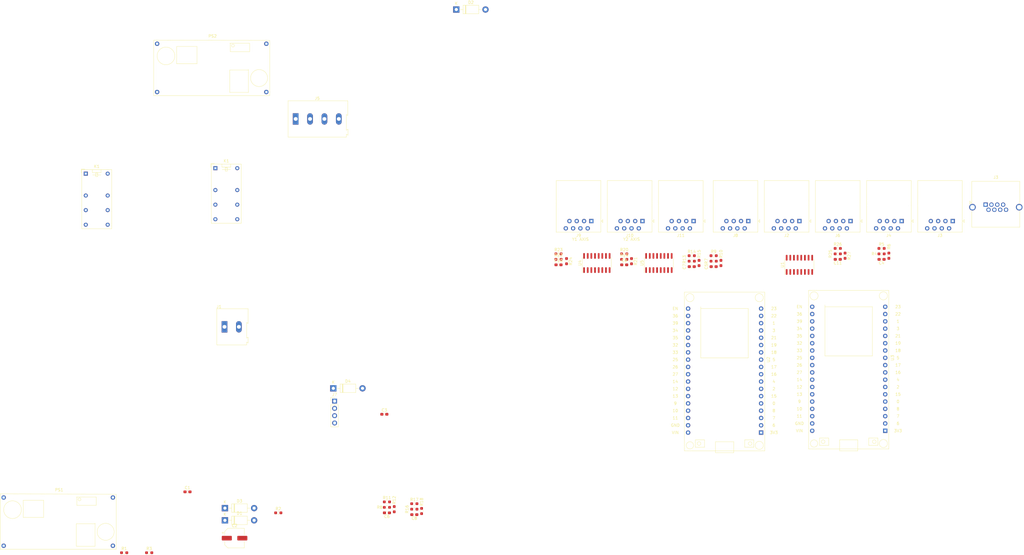
<source format=kicad_pcb>
(kicad_pcb (version 20171130) (host pcbnew "(5.1.8)-1")
  (layers (0 F.Cu signal) (1 In1.Cu signal) (2 In2.Cu signal) (31 B.Cu signal) (35 F.Paste user hide) (37 F.SilkS user) (39 F.Mask user hide) (44 Edge.Cuts user))
  (net 0 "")
  (net 1 "Net-(J2-Pad8)")
  (net 2 "Net-(J2-Pad6)")
  (net 3 "Net-(J2-Pad4)")
  (net 4 "Net-(J2-Pad2)")
  (net 5 "Net-(J3-Pad6)")
  (net 6 "Net-(J3-Pad5)")
  (net 7 "Net-(J4-Pad8)")
  (net 8 "Net-(J4-Pad7)")
  (net 9 "Net-(J4-Pad6)")
  (net 10 "Net-(J4-Pad5)")
  (net 11 "Net-(J4-Pad4)")
  (net 12 "Net-(J4-Pad2)")
  (net 13 "Net-(J5-Pad1)")
  (net 14 "Net-(J6-Pad6)")
  (net 15 "Net-(J6-Pad5)")
  (net 16 "Net-(J6-Pad3)")
  (net 17 "Net-(J6-Pad1)")
  (net 18 GND)
  (net 19 "Net-(C1-Pad1)")
  (net 20 INRTQ)
  (net 21 INTHD)
  (net 22 INZTQ)
  (net 23 INTD)
  (net 24 INXTQ)
  (net 25 SPAREIN)
  (net 26 INY2TQ)
  (net 27 INY1TQ)
  (net 28 INTM)
  (net 29 "Net-(D1-Pad2)")
  (net 30 "Net-(D2-Pad2)")
  (net 31 +15V)
  (net 32 SLCK)
  (net 33 MISO)
  (net 34 MOSI)
  (net 35 DISPCS)
  (net 36 +3V3)
  (net 37 INTH)
  (net 38 "Net-(J7-Pad2)")
  (net 39 "Net-(J7-Pad4)")
  (net 40 /ZTQ)
  (net 41 /Y1EN)
  (net 42 /ZSP)
  (net 43 /ZEN)
  (net 44 /Y1TQ)
  (net 45 /Y1SP)
  (net 46 /Y1DIR)
  (net 47 /Y2TQ)
  (net 48 /Y2DIR)
  (net 49 /Y2SP)
  (net 50 /Y2EN)
  (net 51 /XEN)
  (net 52 /XSP)
  (net 53 /XDIR)
  (net 54 /XTQ)
  (net 55 +5V)
  (net 56 "Net-(R1-Pad1)")
  (net 57 "Net-(R4-Pad1)")
  (net 58 "Net-(R10-Pad1)")
  (net 59 "Net-(R11-Pad2)")
  (net 60 "Net-(R13-Pad1)")
  (net 61 "Net-(R16-Pad1)")
  (net 62 "Net-(R19-Pad1)")
  (net 63 "Net-(R22-Pad1)")
  (net 64 "Net-(R25-Pad1)")
  (net 65 INREN)
  (net 66 INRSP)
  (net 67 INRDIR)
  (net 68 "Net-(U1-Pad4)")
  (net 69 "Net-(U1-Pad5)")
  (net 70 "Net-(U1-Pad6)")
  (net 71 "Net-(U1-Pad7)")
  (net 72 "Net-(U1-Pad10)")
  (net 73 "Net-(U1-Pad11)")
  (net 74 "Net-(U1-Pad12)")
  (net 75 "Net-(U1-Pad13)")
  (net 76 "Net-(U2-Pad19)")
  (net 77 "Net-(U2-Pad34)")
  (net 78 "Net-(U2-Pad33)")
  (net 79 "Net-(U2-Pad32)")
  (net 80 OTXDIR)
  (net 81 OTXSP)
  (net 82 OTXEN)
  (net 83 OTY2DIR)
  (net 84 OTY2SP)
  (net 85 OTY2EN)
  (net 86 "Net-(U2-Pad16)")
  (net 87 "Net-(U2-Pad15)")
  (net 88 SPAREOUT)
  (net 89 "Net-(U2-Pad13)")
  (net 90 OTY1DIR)
  (net 91 "Net-(U2-Pad11)")
  (net 92 OTY1SP)
  (net 93 OTY1EN)
  (net 94 CS)
  (net 95 "Net-(U2-Pad5)")
  (net 96 "Net-(U2-Pad4)")
  (net 97 "Net-(U2-Pad3)")
  (net 98 "Net-(U2-Pad2)")
  (net 99 "Net-(U3-Pad1)")
  (net 100 "Net-(U3-Pad2)")
  (net 101 "Net-(U3-Pad3)")
  (net 102 "Net-(U3-Pad4)")
  (net 103 "Net-(U3-Pad5)")
  (net 104 "Net-(U3-Pad7)")
  (net 105 "Net-(U3-Pad8)")
  (net 106 OTTS)
  (net 107 OTZEN)
  (net 108 "Net-(U3-Pad11)")
  (net 109 OTZSP)
  (net 110 OTZDIR)
  (net 111 "Net-(U3-Pad14)")
  (net 112 "Net-(U3-Pad15)")
  (net 113 "Net-(U3-Pad16)")
  (net 114 "Net-(U3-Pad17)")
  (net 115 "Net-(U3-Pad18)")
  (net 116 "Net-(U3-Pad32)")
  (net 117 "Net-(U3-Pad33)")
  (net 118 "Net-(U3-Pad34)")
  (net 119 "Net-(U3-Pad19)")
  (net 120 /ZDIR)
  (net 121 "Net-(K1-Pad11)")
  (net 122 "Net-(K1-Pad6)")
  (net 123 "Net-(K1-Pad1)")
  (module Connector_RJ:RJ45_Amphenol_RJHSE5380 (layer F.Cu) (at 222.25 31.115)
    (fp_text reference J3 (at 3.56 -9.5) (layer F.SilkS))
    (fp_text value 8P8C_Shielded)
    (pad SH thru_hole circle (at -4.57 0.89) (size 2.3 2.3) (drill 1.57) (layers *.Cu *.Mask) (net 18 GND))
    (pad SH thru_hole circle (at 11.69 0.89) (size 2.3 2.3) (drill 1.57) (layers *.Cu *.Mask) (net 18 GND))
    (pad "" np_thru_hole circle (at 9.91 -2.54) (size 3.25 3.25) (drill 3.25) (layers *.Cu *.Mask))
    (pad "" np_thru_hole circle (at -2.79 -2.54) (size 3.25 3.25) (drill 3.25) (layers *.Cu *.Mask))
    (pad 8 thru_hole circle (at 7.112 1.78) (size 1.5 1.5) (drill 0.89) (layers *.Cu *.Mask) (net 18 GND))
    (pad 6 thru_hole circle (at 5.08 1.78) (size 1.5 1.5) (drill 0.89) (layers *.Cu *.Mask) (net 5 "Net-(J3-Pad6)"))
    (pad 4 thru_hole circle (at 3.048 1.78) (size 1.5 1.5) (drill 0.89) (layers *.Cu *.Mask) (net 35 DISPCS))
    (pad 2 thru_hole circle (at 1.016 1.78) (size 1.5 1.5) (drill 0.89) (layers *.Cu *.Mask) (net 33 MISO))
    (pad 7 thru_hole circle (at 6.096 0) (size 1.5 1.5) (drill 0.89) (layers *.Cu *.Mask) (net 36 +3V3))
    (pad 5 thru_hole circle (at 4.064 0) (size 1.5 1.5) (drill 0.89) (layers *.Cu *.Mask) (net 6 "Net-(J3-Pad5)"))
    (pad 3 thru_hole circle (at 2.032 0) (size 1.5 1.5) (drill 0.89) (layers *.Cu *.Mask) (net 34 MOSI))
    (pad 1 thru_hole rect (at 0 0) (size 1.5 1.5) (drill 0.89) (layers *.Cu *.Mask) (net 32 SLCK))
  )
  (module Relay_THT:Relay_DPDT_Omron_G5V-2 (layer F.Cu) (at -45.72 18.415)
    (fp_text reference K1 (at 3.81 -2.5) (layer F.SilkS))
    (fp_text value "TOARCH FIRE")
    (pad 13 thru_hole circle (at 7.62 7.62) (size 1.4 1.4) (drill 0.7) (layers *.Cu *.Mask) (net 31 +15V))
    (pad 9 thru_hole circle (at 7.62 17.78) (size 1.4 1.4) (drill 0.7) (layers *.Cu *.Mask) (net 17 "Net-(J6-Pad1)"))
    (pad 11 thru_hole circle (at 7.62 12.7) (size 1.4 1.4) (drill 0.7) (layers *.Cu *.Mask) (net 121 "Net-(K1-Pad11)"))
    (pad 4 thru_hole circle (at 0 7.62) (size 1.4 1.4) (drill 0.7) (layers *.Cu *.Mask) (net 31 +15V))
    (pad 8 thru_hole circle (at 0 17.78) (size 1.4 1.4) (drill 0.7) (layers *.Cu *.Mask) (net 17 "Net-(J6-Pad1)"))
    (pad 6 thru_hole circle (at 0 12.7) (size 1.4 1.4) (drill 0.7) (layers *.Cu *.Mask) (net 122 "Net-(K1-Pad6)"))
    (pad 16 thru_hole circle (at 7.62 0) (size 1.4 1.4) (drill 0.7) (layers *.Cu *.Mask) (net 31 +15V))
    (pad 1 thru_hole rect (at 0 0) (size 1.4 1.4) (drill 0.7) (layers *.Cu *.Mask) (net 123 "Net-(K1-Pad1)"))
  )
  (module Capacitor_SMD:C_0603_1608Metric_Pad1.08x0.95mm_HandSolder (layer F.Cu) (at -55.424999 131.125001)
    (fp_text reference C1 (at 0 -1.43) (layer F.SilkS))
    (fp_text value .1uf)
    (pad 2 smd roundrect (at 0.8625 0) (size 1.075 0.95) (layers F.Cu F.Paste F.Mask) (net 18 GND))
    (pad 1 smd roundrect (at -0.8625 0) (size 1.075 0.95) (layers F.Cu F.Paste F.Mask) (net 19 "Net-(C1-Pad1)"))
  )
  (module Capacitor_SMD:CP_Elec_6.3x5.8 (layer F.Cu) (at -39.044999 147.245001)
    (fp_text reference C2 (at 0 -4.35) (layer F.SilkS))
    (fp_text value 470uf)
    (pad 1 smd roundrect (at -2.7 0) (size 3.5 1.6) (layers F.Cu F.Paste F.Mask) (roundrect_rratio 0.15625) (net 19 "Net-(C1-Pad1)"))
    (pad 2 smd roundrect (at 2.7 0) (size 3.5 1.6) (layers F.Cu F.Paste F.Mask) (roundrect_rratio 0.15625) (net 18 GND))
  )
  (module Capacitor_SMD:C_0603_1608Metric_Pad1.08x0.95mm_HandSolder (layer F.Cu) (at 13.065001 104.105001)
    (fp_text reference C3 (at 0 -1.43) (layer F.SilkS))
    (fp_text value .1uf)
    (pad 2 smd roundrect (at 0.8625 0) (size 1.075 0.95) (layers F.Cu F.Paste F.Mask) (net 18 GND))
    (pad 1 smd roundrect (at -0.8625 0) (size 1.075 0.95) (layers F.Cu F.Paste F.Mask) (net 20 INRTQ))
  )
  (module Capacitor_SMD:C_0603_1608Metric_Pad1.08x0.95mm_HandSolder (layer F.Cu) (at 186.055 50.165)
    (fp_text reference C4 (at 0 1.27) (layer F.SilkS))
    (fp_text value .1uf)
    (pad 1 smd roundrect (at -0.8625 0) (size 1.075 0.95) (layers F.Cu F.Paste F.Mask) (net 21 INTHD))
    (pad 2 smd roundrect (at 0.8625 0) (size 1.075 0.95) (layers F.Cu F.Paste F.Mask) (net 18 GND))
  )
  (module Capacitor_SMD:C_0603_1608Metric_Pad1.08x0.95mm_HandSolder (layer F.Cu) (at 127.635 52.705)
    (fp_text reference C5 (at -2.54 0 90) (layer F.SilkS))
    (fp_text value .1uf)
    (pad 1 smd roundrect (at -0.8625 0) (size 1.075 0.95) (layers F.Cu F.Paste F.Mask) (net 22 INZTQ))
    (pad 2 smd roundrect (at 0.8625 0) (size 1.075 0.95) (layers F.Cu F.Paste F.Mask) (net 18 GND))
  )
  (module Capacitor_SMD:C_0603_1608Metric_Pad1.08x0.95mm_HandSolder (layer F.Cu) (at 13.97 138.43)
    (fp_text reference C6 (at 0 1.27) (layer F.SilkS))
    (fp_text value .1uf)
    (pad 2 smd roundrect (at 0.8625 0) (size 1.075 0.95) (layers F.Cu F.Paste F.Mask) (net 18 GND))
    (pad 1 smd roundrect (at -0.8625 0) (size 1.075 0.95) (layers F.Cu F.Paste F.Mask) (net 23 INTD))
  )
  (module Capacitor_SMD:C_0603_1608Metric_Pad1.08x0.95mm_HandSolder (layer F.Cu) (at 120.015 52.705)
    (fp_text reference C7 (at -2.54 0 90) (layer F.SilkS))
    (fp_text value .1uf)
    (pad 2 smd roundrect (at 0.8625 0) (size 1.075 0.95) (layers F.Cu F.Paste F.Mask) (net 18 GND))
    (pad 1 smd roundrect (at -0.8625 0) (size 1.075 0.95) (layers F.Cu F.Paste F.Mask) (net 24 INXTQ))
  )
  (module Capacitor_SMD:C_0603_1608Metric_Pad1.08x0.95mm_HandSolder (layer F.Cu) (at 23.495 139.065)
    (fp_text reference C8 (at 0 1.27) (layer F.SilkS))
    (fp_text value .1uf)
    (pad 1 smd roundrect (at -0.8625 0) (size 1.075 0.95) (layers F.Cu F.Paste F.Mask) (net 25 SPAREIN))
    (pad 2 smd roundrect (at 0.8625 0) (size 1.075 0.95) (layers F.Cu F.Paste F.Mask) (net 18 GND))
  )
  (module Capacitor_SMD:C_0603_1608Metric_Pad1.08x0.95mm_HandSolder (layer F.Cu) (at 96.52 52.07)
    (fp_text reference C9 (at 0 -1.43) (layer F.SilkS))
    (fp_text value .1uf)
    (pad 1 smd roundrect (at -0.8625 0) (size 1.075 0.95) (layers F.Cu F.Paste F.Mask) (net 26 INY2TQ))
    (pad 2 smd roundrect (at 0.8625 0) (size 1.075 0.95) (layers F.Cu F.Paste F.Mask) (net 18 GND))
  )
  (module Capacitor_SMD:C_0603_1608Metric_Pad1.08x0.95mm_HandSolder (layer F.Cu) (at 73.66 52.07)
    (fp_text reference C10 (at 0 -1.43) (layer F.SilkS))
    (fp_text value .1uf)
    (pad 2 smd roundrect (at 0.8625 0) (size 1.075 0.95) (layers F.Cu F.Paste F.Mask) (net 18 GND))
    (pad 1 smd roundrect (at -0.8625 0) (size 1.075 0.95) (layers F.Cu F.Paste F.Mask) (net 27 INY1TQ))
  )
  (module Capacitor_SMD:C_0603_1608Metric_Pad1.08x0.95mm_HandSolder (layer F.Cu) (at 170.815 50.165)
    (fp_text reference C11 (at 0 1.27) (layer F.SilkS))
    (fp_text value .1uf)
    (pad 1 smd roundrect (at -0.8625 0) (size 1.075 0.95) (layers F.Cu F.Paste F.Mask) (net 28 INTM))
    (pad 2 smd roundrect (at 0.8625 0) (size 1.075 0.95) (layers F.Cu F.Paste F.Mask) (net 18 GND))
  )
  (module Diode_THT:D_DO-41_SOD81_P10.16mm_Horizontal (layer F.Cu) (at -42.394999 141.045001)
    (fp_text reference D1 (at 5.08 -2.47) (layer F.SilkS))
    (fp_text value 1N4001)
    (fp_text user K (at 0 -2.1) (layer F.SilkS))
    (pad 1 thru_hole rect (at 0 0) (size 2.2 2.2) (drill 1.1) (layers *.Cu *.Mask) (net 19 "Net-(C1-Pad1)"))
    (pad 2 thru_hole oval (at 10.16 0) (size 2.2 2.2) (drill 1.1) (layers *.Cu *.Mask) (net 29 "Net-(D1-Pad2)"))
  )
  (module Diode_THT:D_DO-41_SOD81_P10.16mm_Horizontal (layer F.Cu) (at 38.1 -36.83)
    (fp_text reference D2 (at 5.08 -2.47) (layer F.SilkS))
    (fp_text value 1N4001)
    (fp_text user K (at 0 -2.1) (layer F.SilkS))
    (pad 2 thru_hole oval (at 10.16 0) (size 2.2 2.2) (drill 1.1) (layers *.Cu *.Mask) (net 30 "Net-(D2-Pad2)"))
    (pad 1 thru_hole rect (at 0 0) (size 2.2 2.2) (drill 1.1) (layers *.Cu *.Mask) (net 19 "Net-(C1-Pad1)"))
  )
  (module Diode_THT:D_DO-41_SOD81_P10.16mm_Horizontal (layer F.Cu) (at -42.394999 136.795001)
    (fp_text reference D3 (at 5.08 -2.47) (layer F.SilkS))
    (fp_text value 1N4001)
    (fp_text user K (at 0 -2.1) (layer F.SilkS))
    (pad 1 thru_hole rect (at 0 0) (size 2.2 2.2) (drill 1.1) (layers *.Cu *.Mask) (net 30 "Net-(D2-Pad2)"))
    (pad 2 thru_hole oval (at 10.16 0) (size 2.2 2.2) (drill 1.1) (layers *.Cu *.Mask) (net 18 GND))
  )
  (module Diode_THT:D_DO-41_SOD81_P10.16mm_Horizontal (layer F.Cu) (at -4.684999 95.075001)
    (fp_text reference D4 (at 5.08 -2.47) (layer F.SilkS))
    (fp_text value 1N4001)
    (fp_text user K (at 0 -2.1) (layer F.SilkS))
    (pad 2 thru_hole oval (at 10.16 0) (size 2.2 2.2) (drill 1.1) (layers *.Cu *.Mask) (net 18 GND))
    (pad 1 thru_hole rect (at 0 0) (size 2.2 2.2) (drill 1.1) (layers *.Cu *.Mask) (net 29 "Net-(D1-Pad2)"))
  )
  (module TerminalBlock:TerminalBlock_Altech_AK300-2_P5.00mm (layer F.Cu) (at -42.545 73.66)
    (fp_text reference J1 (at -1.92 -6.99) (layer F.SilkS))
    (fp_text value "18V AC IN")
    (pad 1 thru_hole rect (at 0 0) (size 1.98 3.96) (drill 1.32) (layers *.Cu *.Mask) (net 30 "Net-(D2-Pad2)"))
    (pad 2 thru_hole oval (at 5 0) (size 1.98 3.96) (drill 1.32) (layers *.Cu *.Mask) (net 29 "Net-(D1-Pad2)"))
  )
  (module Connector_RJ:RJ45_Amphenol_54602-x08_Horizontal (layer F.Cu) (at 157.48 36.83 180)
    (fp_text reference J2 (at 4.445 -5) (layer F.SilkS))
    (fp_text value "R Axis")
    (pad "" np_thru_hole circle (at 10.16 6.35 180) (size 3.2 3.2) (drill 3.2) (layers *.Cu *.Mask))
    (pad "" np_thru_hole circle (at -1.27 6.35 180) (size 3.2 3.2) (drill 3.2) (layers *.Cu *.Mask))
    (pad 1 thru_hole rect (at 0 0 180) (size 1.5 1.5) (drill 0.76) (layers *.Cu *.Mask) (net 31 +15V))
    (pad 2 thru_hole circle (at 1.27 -2.54 180) (size 1.5 1.5) (drill 0.76) (layers *.Cu *.Mask) (net 4 "Net-(J2-Pad2)"))
    (pad 3 thru_hole circle (at 2.54 0 180) (size 1.5 1.5) (drill 0.76) (layers *.Cu *.Mask) (net 31 +15V))
    (pad 4 thru_hole circle (at 3.81 -2.54 180) (size 1.5 1.5) (drill 0.76) (layers *.Cu *.Mask) (net 3 "Net-(J2-Pad4)"))
    (pad 5 thru_hole circle (at 5.08 0 180) (size 1.5 1.5) (drill 0.76) (layers *.Cu *.Mask) (net 31 +15V))
    (pad 6 thru_hole circle (at 6.35 -2.54 180) (size 1.5 1.5) (drill 0.76) (layers *.Cu *.Mask) (net 2 "Net-(J2-Pad6)"))
    (pad 7 thru_hole circle (at 7.62 0 180) (size 1.5 1.5) (drill 0.76) (layers *.Cu *.Mask) (net 31 +15V))
    (pad 8 thru_hole circle (at 8.89 -2.54 180) (size 1.5 1.5) (drill 0.76) (layers *.Cu *.Mask) (net 1 "Net-(J2-Pad8)"))
  )
  (module Connector_RJ:RJ45_Amphenol_54602-x08_Horizontal (layer F.Cu) (at 210.82 36.83 180)
    (fp_text reference J3 (at 4.445 -5) (layer F.SilkS))
    (fp_text value DISPLAY)
    (pad "" np_thru_hole circle (at 10.16 6.35 180) (size 3.2 3.2) (drill 3.2) (layers *.Cu *.Mask))
    (pad "" np_thru_hole circle (at -1.27 6.35 180) (size 3.2 3.2) (drill 3.2) (layers *.Cu *.Mask))
    (pad 1 thru_hole rect (at 0 0 180) (size 1.5 1.5) (drill 0.76) (layers *.Cu *.Mask) (net 32 SLCK))
    (pad 2 thru_hole circle (at 1.27 -2.54 180) (size 1.5 1.5) (drill 0.76) (layers *.Cu *.Mask) (net 33 MISO))
    (pad 3 thru_hole circle (at 2.54 0 180) (size 1.5 1.5) (drill 0.76) (layers *.Cu *.Mask) (net 34 MOSI))
    (pad 4 thru_hole circle (at 3.81 -2.54 180) (size 1.5 1.5) (drill 0.76) (layers *.Cu *.Mask) (net 35 DISPCS))
    (pad 5 thru_hole circle (at 5.08 0 180) (size 1.5 1.5) (drill 0.76) (layers *.Cu *.Mask) (net 6 "Net-(J3-Pad5)"))
    (pad 6 thru_hole circle (at 6.35 -2.54 180) (size 1.5 1.5) (drill 0.76) (layers *.Cu *.Mask) (net 5 "Net-(J3-Pad6)"))
    (pad 7 thru_hole circle (at 7.62 0 180) (size 1.5 1.5) (drill 0.76) (layers *.Cu *.Mask) (net 36 +3V3))
    (pad 8 thru_hole circle (at 8.89 -2.54 180) (size 1.5 1.5) (drill 0.76) (layers *.Cu *.Mask) (net 18 GND))
  )
  (module Connector_RJ:RJ45_Amphenol_54602-x08_Horizontal (layer F.Cu) (at 193.04 36.83 180)
    (fp_text reference J4 (at 4.445 -5) (layer F.SilkS))
    (fp_text value STOPS)
    (pad "" np_thru_hole circle (at 10.16 6.35 180) (size 3.2 3.2) (drill 3.2) (layers *.Cu *.Mask))
    (pad "" np_thru_hole circle (at -1.27 6.35 180) (size 3.2 3.2) (drill 3.2) (layers *.Cu *.Mask))
    (pad 1 thru_hole rect (at 0 0 180) (size 1.5 1.5) (drill 0.76) (layers *.Cu *.Mask) (net 31 +15V))
    (pad 2 thru_hole circle (at 1.27 -2.54 180) (size 1.5 1.5) (drill 0.76) (layers *.Cu *.Mask) (net 12 "Net-(J4-Pad2)"))
    (pad 3 thru_hole circle (at 2.54 0 180) (size 1.5 1.5) (drill 0.76) (layers *.Cu *.Mask) (net 31 +15V))
    (pad 4 thru_hole circle (at 3.81 -2.54 180) (size 1.5 1.5) (drill 0.76) (layers *.Cu *.Mask) (net 11 "Net-(J4-Pad4)"))
    (pad 5 thru_hole circle (at 5.08 0 180) (size 1.5 1.5) (drill 0.76) (layers *.Cu *.Mask) (net 10 "Net-(J4-Pad5)"))
    (pad 6 thru_hole circle (at 6.35 -2.54 180) (size 1.5 1.5) (drill 0.76) (layers *.Cu *.Mask) (net 9 "Net-(J4-Pad6)"))
    (pad 7 thru_hole circle (at 7.62 0 180) (size 1.5 1.5) (drill 0.76) (layers *.Cu *.Mask) (net 8 "Net-(J4-Pad7)"))
    (pad 8 thru_hole circle (at 8.89 -2.54 180) (size 1.5 1.5) (drill 0.76) (layers *.Cu *.Mask) (net 7 "Net-(J4-Pad8)"))
  )
  (module TerminalBlock:TerminalBlock_Altech_AK300-4_P5.00mm (layer F.Cu) (at -17.78 1.27)
    (fp_text reference J5 (at 7.5 -7.15) (layer F.SilkS))
    (fp_text value "V to FREQ")
    (pad 1 thru_hole rect (at 0 0) (size 1.98 3.96) (drill 1.32) (layers *.Cu *.Mask) (net 13 "Net-(J5-Pad1)"))
    (pad 2 thru_hole oval (at 5 0) (size 1.98 3.96) (drill 1.32) (layers *.Cu *.Mask) (net 18 GND))
    (pad 4 thru_hole oval (at 15 0) (size 1.98 3.96) (drill 1.32) (layers *.Cu *.Mask) (net 18 GND))
    (pad 3 thru_hole oval (at 10 0) (size 1.98 3.96) (drill 1.32) (layers *.Cu *.Mask) (net 37 INTH))
  )
  (module Connector_RJ:RJ45_Amphenol_54602-x08_Horizontal (layer F.Cu) (at 175.26 36.83 180)
    (fp_text reference J6 (at 4.445 -5) (layer F.SilkS))
    (fp_text value TORCH)
    (pad 8 thru_hole circle (at 8.89 -2.54 180) (size 1.5 1.5) (drill 0.76) (layers *.Cu *.Mask) (net 18 GND))
    (pad 7 thru_hole circle (at 7.62 0 180) (size 1.5 1.5) (drill 0.76) (layers *.Cu *.Mask) (net 13 "Net-(J5-Pad1)"))
    (pad 6 thru_hole circle (at 6.35 -2.54 180) (size 1.5 1.5) (drill 0.76) (layers *.Cu *.Mask) (net 14 "Net-(J6-Pad6)"))
    (pad 5 thru_hole circle (at 5.08 0 180) (size 1.5 1.5) (drill 0.76) (layers *.Cu *.Mask) (net 15 "Net-(J6-Pad5)"))
    (pad 4 thru_hole circle (at 3.81 -2.54 180) (size 1.5 1.5) (drill 0.76) (layers *.Cu *.Mask) (net 18 GND))
    (pad 3 thru_hole circle (at 2.54 0 180) (size 1.5 1.5) (drill 0.76) (layers *.Cu *.Mask) (net 16 "Net-(J6-Pad3)"))
    (pad 2 thru_hole circle (at 1.27 -2.54 180) (size 1.5 1.5) (drill 0.76) (layers *.Cu *.Mask) (net 18 GND))
    (pad 1 thru_hole rect (at 0 0 180) (size 1.5 1.5) (drill 0.76) (layers *.Cu *.Mask) (net 17 "Net-(J6-Pad1)"))
    (pad "" np_thru_hole circle (at -1.27 6.35 180) (size 3.2 3.2) (drill 3.2) (layers *.Cu *.Mask))
    (pad "" np_thru_hole circle (at 10.16 6.35 180) (size 3.2 3.2) (drill 3.2) (layers *.Cu *.Mask))
  )
  (module Connector_PinHeader_2.54mm:PinHeader_1x04_P2.54mm_Vertical (layer F.Cu) (at -4.234999 99.525001)
    (fp_text reference J7 (at 0 -2.33) (layer F.SilkS))
    (fp_text value SPARE)
    (pad 1 thru_hole rect (at 0 0) (size 1.7 1.7) (drill 1) (layers *.Cu *.Mask) (net 31 +15V))
    (pad 2 thru_hole oval (at 0 2.54) (size 1.7 1.7) (drill 1) (layers *.Cu *.Mask) (net 38 "Net-(J7-Pad2)"))
    (pad 3 thru_hole oval (at 0 5.08) (size 1.7 1.7) (drill 1) (layers *.Cu *.Mask) (net 31 +15V))
    (pad 4 thru_hole oval (at 0 7.62) (size 1.7 1.7) (drill 1) (layers *.Cu *.Mask) (net 39 "Net-(J7-Pad4)"))
  )
  (module Connector_RJ:RJ45_Amphenol_54602-x08_Horizontal (layer F.Cu) (at 139.7 36.83 180)
    (fp_text reference J8 (at 4.445 -5) (layer F.SilkS))
    (fp_text value "Z Axis")
    (pad 8 thru_hole circle (at 8.89 -2.54 180) (size 1.5 1.5) (drill 0.76) (layers *.Cu *.Mask) (net 40 /ZTQ))
    (pad 7 thru_hole circle (at 7.62 0 180) (size 1.5 1.5) (drill 0.76) (layers *.Cu *.Mask) (net 31 +15V))
    (pad 6 thru_hole circle (at 6.35 -2.54 180) (size 1.5 1.5) (drill 0.76) (layers *.Cu *.Mask) (net 120 /ZDIR))
    (pad 5 thru_hole circle (at 5.08 0 180) (size 1.5 1.5) (drill 0.76) (layers *.Cu *.Mask) (net 31 +15V))
    (pad 4 thru_hole circle (at 3.81 -2.54 180) (size 1.5 1.5) (drill 0.76) (layers *.Cu *.Mask) (net 42 /ZSP))
    (pad 3 thru_hole circle (at 2.54 0 180) (size 1.5 1.5) (drill 0.76) (layers *.Cu *.Mask) (net 31 +15V))
    (pad 2 thru_hole circle (at 1.27 -2.54 180) (size 1.5 1.5) (drill 0.76) (layers *.Cu *.Mask) (net 43 /ZEN))
    (pad 1 thru_hole rect (at 0 0 180) (size 1.5 1.5) (drill 0.76) (layers *.Cu *.Mask) (net 31 +15V))
    (pad "" np_thru_hole circle (at -1.27 6.35 180) (size 3.2 3.2) (drill 3.2) (layers *.Cu *.Mask))
    (pad "" np_thru_hole circle (at 10.16 6.35 180) (size 3.2 3.2) (drill 3.2) (layers *.Cu *.Mask))
  )
  (module Connector_RJ:RJ45_Amphenol_54602-x08_Horizontal (layer F.Cu) (at 85.09 36.83 180)
    (fp_text reference J9 (at 4.445 -5) (layer F.SilkS))
    (fp_text value Y1Axis)
    (pad 8 thru_hole circle (at 8.89 -2.54 180) (size 1.5 1.5) (drill 0.76) (layers *.Cu *.Mask) (net 44 /Y1TQ))
    (pad 7 thru_hole circle (at 7.62 0 180) (size 1.5 1.5) (drill 0.76) (layers *.Cu *.Mask) (net 31 +15V))
    (pad 6 thru_hole circle (at 6.35 -2.54 180) (size 1.5 1.5) (drill 0.76) (layers *.Cu *.Mask) (net 45 /Y1SP))
    (pad 5 thru_hole circle (at 5.08 0 180) (size 1.5 1.5) (drill 0.76) (layers *.Cu *.Mask) (net 31 +15V))
    (pad 4 thru_hole circle (at 3.81 -2.54 180) (size 1.5 1.5) (drill 0.76) (layers *.Cu *.Mask) (net 46 /Y1DIR))
    (pad 3 thru_hole circle (at 2.54 0 180) (size 1.5 1.5) (drill 0.76) (layers *.Cu *.Mask) (net 31 +15V))
    (pad 2 thru_hole circle (at 1.27 -2.54 180) (size 1.5 1.5) (drill 0.76) (layers *.Cu *.Mask) (net 41 /Y1EN))
    (pad 1 thru_hole rect (at 0 0 180) (size 1.5 1.5) (drill 0.76) (layers *.Cu *.Mask) (net 31 +15V))
    (pad "" np_thru_hole circle (at -1.27 6.35 180) (size 3.2 3.2) (drill 3.2) (layers *.Cu *.Mask))
    (pad "" np_thru_hole circle (at 10.16 6.35 180) (size 3.2 3.2) (drill 3.2) (layers *.Cu *.Mask))
  )
  (module Connector_RJ:RJ45_Amphenol_54602-x08_Horizontal (layer F.Cu) (at 102.87 36.83 180)
    (fp_text reference J10 (at 4.445 -5) (layer F.SilkS))
    (fp_text value "Y2 Axis")
    (pad 8 thru_hole circle (at 8.89 -2.54 180) (size 1.5 1.5) (drill 0.76) (layers *.Cu *.Mask) (net 47 /Y2TQ))
    (pad 7 thru_hole circle (at 7.62 0 180) (size 1.5 1.5) (drill 0.76) (layers *.Cu *.Mask) (net 31 +15V))
    (pad 6 thru_hole circle (at 6.35 -2.54 180) (size 1.5 1.5) (drill 0.76) (layers *.Cu *.Mask) (net 48 /Y2DIR))
    (pad 5 thru_hole circle (at 5.08 0 180) (size 1.5 1.5) (drill 0.76) (layers *.Cu *.Mask) (net 31 +15V))
    (pad 4 thru_hole circle (at 3.81 -2.54 180) (size 1.5 1.5) (drill 0.76) (layers *.Cu *.Mask) (net 49 /Y2SP))
    (pad 3 thru_hole circle (at 2.54 0 180) (size 1.5 1.5) (drill 0.76) (layers *.Cu *.Mask) (net 31 +15V))
    (pad 2 thru_hole circle (at 1.27 -2.54 180) (size 1.5 1.5) (drill 0.76) (layers *.Cu *.Mask) (net 50 /Y2EN))
    (pad 1 thru_hole rect (at 0 0 180) (size 1.5 1.5) (drill 0.76) (layers *.Cu *.Mask) (net 31 +15V))
    (pad "" np_thru_hole circle (at -1.27 6.35 180) (size 3.2 3.2) (drill 3.2) (layers *.Cu *.Mask))
    (pad "" np_thru_hole circle (at 10.16 6.35 180) (size 3.2 3.2) (drill 3.2) (layers *.Cu *.Mask))
  )
  (module Connector_RJ:RJ45_Amphenol_54602-x08_Horizontal (layer F.Cu) (at 120.65 36.83 180)
    (fp_text reference J11 (at 4.445 -5) (layer F.SilkS))
    (fp_text value "X Axis")
    (pad "" np_thru_hole circle (at 10.16 6.35 180) (size 3.2 3.2) (drill 3.2) (layers *.Cu *.Mask))
    (pad "" np_thru_hole circle (at -1.27 6.35 180) (size 3.2 3.2) (drill 3.2) (layers *.Cu *.Mask))
    (pad 1 thru_hole rect (at 0 0 180) (size 1.5 1.5) (drill 0.76) (layers *.Cu *.Mask) (net 31 +15V))
    (pad 2 thru_hole circle (at 1.27 -2.54 180) (size 1.5 1.5) (drill 0.76) (layers *.Cu *.Mask) (net 51 /XEN))
    (pad 3 thru_hole circle (at 2.54 0 180) (size 1.5 1.5) (drill 0.76) (layers *.Cu *.Mask) (net 31 +15V))
    (pad 4 thru_hole circle (at 3.81 -2.54 180) (size 1.5 1.5) (drill 0.76) (layers *.Cu *.Mask) (net 52 /XSP))
    (pad 5 thru_hole circle (at 5.08 0 180) (size 1.5 1.5) (drill 0.76) (layers *.Cu *.Mask) (net 31 +15V))
    (pad 6 thru_hole circle (at 6.35 -2.54 180) (size 1.5 1.5) (drill 0.76) (layers *.Cu *.Mask) (net 53 /XDIR))
    (pad 7 thru_hole circle (at 7.62 0 180) (size 1.5 1.5) (drill 0.76) (layers *.Cu *.Mask) (net 31 +15V))
    (pad 8 thru_hole circle (at 8.89 -2.54 180) (size 1.5 1.5) (drill 0.76) (layers *.Cu *.Mask) (net 54 /XTQ))
  )
  (module Relay_THT:Relay_DPDT_Omron_G5V-2 (layer F.Cu) (at -90.805 20.32)
    (fp_text reference K1 (at 3.81 -2.5) (layer F.SilkS))
    (fp_text value "TOARCH TRIGGER")
    (pad 1 thru_hole rect (at 0 0) (size 1.4 1.4) (drill 0.7) (layers *.Cu *.Mask))
    (pad 16 thru_hole circle (at 7.62 0) (size 1.4 1.4) (drill 0.7) (layers *.Cu *.Mask))
    (pad 6 thru_hole circle (at 0 12.7) (size 1.4 1.4) (drill 0.7) (layers *.Cu *.Mask))
    (pad 8 thru_hole circle (at 0 17.78) (size 1.4 1.4) (drill 0.7) (layers *.Cu *.Mask))
    (pad 4 thru_hole circle (at 0 7.62) (size 1.4 1.4) (drill 0.7) (layers *.Cu *.Mask))
    (pad 11 thru_hole circle (at 7.62 12.7) (size 1.4 1.4) (drill 0.7) (layers *.Cu *.Mask) (net 31 +15V))
    (pad 9 thru_hole circle (at 7.62 17.78) (size 1.4 1.4) (drill 0.7) (layers *.Cu *.Mask))
    (pad 13 thru_hole circle (at 7.62 7.62) (size 1.4 1.4) (drill 0.7) (layers *.Cu *.Mask))
  )
  (module Modules:DC-DC_BuckADG (layer F.Cu) (at -100.369999 141.500001)
    (fp_text reference PS1 (at 0.28 -11.06) (layer F.SilkS))
    (fp_text value DC-DC_BuckAdg)
    (pad 1 thru_hole circle (at -19 -8.4) (size 1.524 1.524) (drill 0.762) (layers *.Cu *.Mask) (net 19 "Net-(C1-Pad1)"))
    (pad 3 thru_hole circle (at 19 -8.4) (size 1.524 1.524) (drill 0.762) (layers *.Cu *.Mask) (net 31 +15V))
    (pad 4 thru_hole circle (at 19 8.4) (size 1.524 1.524) (drill 0.762) (layers *.Cu *.Mask) (net 18 GND))
    (pad 2 thru_hole circle (at -19 8.4) (size 1.524 1.524) (drill 0.762) (layers *.Cu *.Mask) (net 18 GND))
  )
  (module Modules:DC-DC_BuckADG (layer F.Cu) (at -46.99 -16.51)
    (fp_text reference PS2 (at 0.28 -11.06) (layer F.SilkS))
    (fp_text value DC-DC_BuckAdg)
    (pad 2 thru_hole circle (at -19 8.4) (size 1.524 1.524) (drill 0.762) (layers *.Cu *.Mask) (net 18 GND))
    (pad 4 thru_hole circle (at 19 8.4) (size 1.524 1.524) (drill 0.762) (layers *.Cu *.Mask) (net 18 GND))
    (pad 3 thru_hole circle (at 19 -8.4) (size 1.524 1.524) (drill 0.762) (layers *.Cu *.Mask) (net 55 +5V))
    (pad 1 thru_hole circle (at -19 -8.4) (size 1.524 1.524) (drill 0.762) (layers *.Cu *.Mask) (net 19 "Net-(C1-Pad1)"))
  )
  (module Resistor_SMD:R_0603_1608Metric_Pad0.98x0.95mm_HandSolder (layer F.Cu) (at -77.454999 152.325001)
    (fp_text reference R1 (at 0 -1.43) (layer F.SilkS))
    (fp_text value 10k)
    (pad 2 smd roundrect (at 0.9125 0) (size 0.975 0.95) (layers F.Cu F.Paste F.Mask) (net 20 INRTQ))
    (pad 1 smd roundrect (at -0.9125 0) (size 0.975 0.95) (layers F.Cu F.Paste F.Mask) (net 56 "Net-(R1-Pad1)"))
  )
  (module Resistor_SMD:R_0603_1608Metric_Pad0.98x0.95mm_HandSolder (layer F.Cu) (at -23.834999 138.435001)
    (fp_text reference R2 (at 0 -1.43) (layer F.SilkS))
    (fp_text value 3.3k)
    (pad 2 smd roundrect (at 0.9125 0) (size 0.975 0.95) (layers F.Cu F.Paste F.Mask) (net 56 "Net-(R1-Pad1)"))
    (pad 1 smd roundrect (at -0.9125 0) (size 0.975 0.95) (layers F.Cu F.Paste F.Mask) (net 1 "Net-(J2-Pad8)"))
  )
  (module Resistor_SMD:R_0603_1608Metric_Pad0.98x0.95mm_HandSolder (layer F.Cu) (at -68.754999 152.325001)
    (fp_text reference R3 (at 0 -1.43) (layer F.SilkS))
    (fp_text value 1k)
    (pad 1 smd roundrect (at -0.9125 0) (size 0.975 0.95) (layers F.Cu F.Paste F.Mask) (net 56 "Net-(R1-Pad1)"))
    (pad 2 smd roundrect (at 0.9125 0) (size 0.975 0.95) (layers F.Cu F.Paste F.Mask) (net 18 GND))
  )
  (module Resistor_SMD:R_0603_1608Metric_Pad0.98x0.95mm_HandSolder (layer F.Cu) (at 186.055 48.26 180)
    (fp_text reference R4 (at 2.54 0) (layer F.SilkS))
    (fp_text value 10k)
    (pad 1 smd roundrect (at -0.9125 0 180) (size 0.975 0.95) (layers F.Cu F.Paste F.Mask) (net 57 "Net-(R4-Pad1)"))
    (pad 2 smd roundrect (at 0.9125 0 180) (size 0.975 0.95) (layers F.Cu F.Paste F.Mask) (net 21 INTHD))
  )
  (module Resistor_SMD:R_0603_1608Metric_Pad0.98x0.95mm_HandSolder (layer F.Cu) (at 186.055 46.355)
    (fp_text reference R5 (at 0 -1.43) (layer F.SilkS))
    (fp_text value 3.3k)
    (pad 1 smd roundrect (at -0.9125 0) (size 0.975 0.95) (layers F.Cu F.Paste F.Mask) (net 11 "Net-(J4-Pad4)"))
    (pad 2 smd roundrect (at 0.9125 0) (size 0.975 0.95) (layers F.Cu F.Paste F.Mask) (net 57 "Net-(R4-Pad1)"))
  )
  (module Resistor_SMD:R_0603_1608Metric_Pad0.98x0.95mm_HandSolder (layer F.Cu) (at 188.595 48.895 270)
    (fp_text reference R6 (at -3.175 0 90) (layer F.SilkS))
    (fp_text value 1k)
    (pad 1 smd roundrect (at -0.9125 0 270) (size 0.975 0.95) (layers F.Cu F.Paste F.Mask) (net 57 "Net-(R4-Pad1)"))
    (pad 2 smd roundrect (at 0.9125 0 270) (size 0.975 0.95) (layers F.Cu F.Paste F.Mask) (net 18 GND))
  )
  (module Resistor_SMD:R_0603_1608Metric_Pad0.98x0.95mm_HandSolder (layer F.Cu) (at 127.635 50.8 180)
    (fp_text reference R7 (at 2.54 0 90) (layer F.SilkS))
    (fp_text value 10k)
    (pad 2 smd roundrect (at 0.9125 0 180) (size 0.975 0.95) (layers F.Cu F.Paste F.Mask) (net 22 INZTQ))
    (pad 1 smd roundrect (at -0.9125 0 180) (size 0.975 0.95) (layers F.Cu F.Paste F.Mask) (net 58 "Net-(R10-Pad1)"))
  )
  (module Resistor_SMD:R_0603_1608Metric_Pad0.98x0.95mm_HandSolder (layer F.Cu) (at 13.97 136.525 180)
    (fp_text reference R8 (at 2.54 0) (layer F.SilkS))
    (fp_text value 10k)
    (pad 2 smd roundrect (at 0.9125 0 180) (size 0.975 0.95) (layers F.Cu F.Paste F.Mask) (net 23 INTD))
    (pad 1 smd roundrect (at -0.9125 0 180) (size 0.975 0.95) (layers F.Cu F.Paste F.Mask) (net 59 "Net-(R11-Pad2)"))
  )
  (module Resistor_SMD:R_0603_1608Metric_Pad0.98x0.95mm_HandSolder (layer F.Cu) (at 127.635 48.895)
    (fp_text reference R9 (at 0 -1.43) (layer F.SilkS))
    (fp_text value 3.3k)
    (pad 2 smd roundrect (at 0.9125 0) (size 0.975 0.95) (layers F.Cu F.Paste F.Mask) (net 58 "Net-(R10-Pad1)"))
    (pad 1 smd roundrect (at -0.9125 0) (size 0.975 0.95) (layers F.Cu F.Paste F.Mask) (net 40 /ZTQ))
  )
  (module Resistor_SMD:R_0603_1608Metric_Pad0.98x0.95mm_HandSolder (layer F.Cu) (at 130.175 51.435 270)
    (fp_text reference R10 (at -3.175 0 90) (layer F.SilkS))
    (fp_text value 1k)
    (pad 1 smd roundrect (at -0.9125 0 270) (size 0.975 0.95) (layers F.Cu F.Paste F.Mask) (net 58 "Net-(R10-Pad1)"))
    (pad 2 smd roundrect (at 0.9125 0 270) (size 0.975 0.95) (layers F.Cu F.Paste F.Mask) (net 18 GND))
  )
  (module Resistor_SMD:R_0603_1608Metric_Pad0.98x0.95mm_HandSolder (layer F.Cu) (at 13.97 134.62)
    (fp_text reference R11 (at 0 -1.43) (layer F.SilkS))
    (fp_text value 3.3k)
    (pad 1 smd roundrect (at -0.9125 0) (size 0.975 0.95) (layers F.Cu F.Paste F.Mask) (net 12 "Net-(J4-Pad2)"))
    (pad 2 smd roundrect (at 0.9125 0) (size 0.975 0.95) (layers F.Cu F.Paste F.Mask) (net 59 "Net-(R11-Pad2)"))
  )
  (module Resistor_SMD:R_0603_1608Metric_Pad0.98x0.95mm_HandSolder (layer F.Cu) (at 16.51 137.16 270)
    (fp_text reference R12 (at -3.175 0 90) (layer F.SilkS))
    (fp_text value 1k)
    (pad 2 smd roundrect (at 0.9125 0 270) (size 0.975 0.95) (layers F.Cu F.Paste F.Mask) (net 18 GND))
    (pad 1 smd roundrect (at -0.9125 0 270) (size 0.975 0.95) (layers F.Cu F.Paste F.Mask) (net 59 "Net-(R11-Pad2)"))
  )
  (module Resistor_SMD:R_0603_1608Metric_Pad0.98x0.95mm_HandSolder (layer F.Cu) (at 120.015 50.8 180)
    (fp_text reference R13 (at 2.54 0.635 90) (layer F.SilkS))
    (fp_text value 10k)
    (pad 2 smd roundrect (at 0.9125 0 180) (size 0.975 0.95) (layers F.Cu F.Paste F.Mask) (net 24 INXTQ))
    (pad 1 smd roundrect (at -0.9125 0 180) (size 0.975 0.95) (layers F.Cu F.Paste F.Mask) (net 60 "Net-(R13-Pad1)"))
  )
  (module Resistor_SMD:R_0603_1608Metric_Pad0.98x0.95mm_HandSolder (layer F.Cu) (at 120.015 48.895)
    (fp_text reference R14 (at 0 -1.43) (layer F.SilkS))
    (fp_text value 3.3k)
    (pad 2 smd roundrect (at 0.9125 0) (size 0.975 0.95) (layers F.Cu F.Paste F.Mask) (net 60 "Net-(R13-Pad1)"))
    (pad 1 smd roundrect (at -0.9125 0) (size 0.975 0.95) (layers F.Cu F.Paste F.Mask) (net 54 /XTQ))
  )
  (module Resistor_SMD:R_0603_1608Metric_Pad0.98x0.95mm_HandSolder (layer F.Cu) (at 122.555 51.435 270)
    (fp_text reference R15 (at -3.175 0 270) (layer F.SilkS))
    (fp_text value 1k)
    (pad 1 smd roundrect (at -0.9125 0 270) (size 0.975 0.95) (layers F.Cu F.Paste F.Mask) (net 60 "Net-(R13-Pad1)"))
    (pad 2 smd roundrect (at 0.9125 0 270) (size 0.975 0.95) (layers F.Cu F.Paste F.Mask) (net 18 GND))
  )
  (module Resistor_SMD:R_0603_1608Metric_Pad0.98x0.95mm_HandSolder (layer F.Cu) (at 23.495 137.16 180)
    (fp_text reference R16 (at 2.54 0 90) (layer F.SilkS))
    (fp_text value 10k)
    (pad 2 smd roundrect (at 0.9125 0 180) (size 0.975 0.95) (layers F.Cu F.Paste F.Mask) (net 25 SPAREIN))
    (pad 1 smd roundrect (at -0.9125 0 180) (size 0.975 0.95) (layers F.Cu F.Paste F.Mask) (net 61 "Net-(R16-Pad1)"))
  )
  (module Resistor_SMD:R_0603_1608Metric_Pad0.98x0.95mm_HandSolder (layer F.Cu) (at 23.495 135.255)
    (fp_text reference R17 (at 0 -1.43) (layer F.SilkS))
    (fp_text value 3.3k)
    (pad 1 smd roundrect (at -0.9125 0) (size 0.975 0.95) (layers F.Cu F.Paste F.Mask) (net 38 "Net-(J7-Pad2)"))
    (pad 2 smd roundrect (at 0.9125 0) (size 0.975 0.95) (layers F.Cu F.Paste F.Mask) (net 61 "Net-(R16-Pad1)"))
  )
  (module Resistor_SMD:R_0603_1608Metric_Pad0.98x0.95mm_HandSolder (layer F.Cu) (at 26.035 137.795 270)
    (fp_text reference R18 (at -3.175 0 90) (layer F.SilkS))
    (fp_text value 1k)
    (pad 1 smd roundrect (at -0.9125 0 270) (size 0.975 0.95) (layers F.Cu F.Paste F.Mask) (net 61 "Net-(R16-Pad1)"))
    (pad 2 smd roundrect (at 0.9125 0 270) (size 0.975 0.95) (layers F.Cu F.Paste F.Mask) (net 18 GND))
  )
  (module Resistor_SMD:R_0603_1608Metric_Pad0.98x0.95mm_HandSolder (layer F.Cu) (at 96.52 50.165)
    (fp_text reference R19 (at 0 -1.43) (layer F.SilkS))
    (fp_text value 10k)
    (pad 2 smd roundrect (at 0.9125 0) (size 0.975 0.95) (layers F.Cu F.Paste F.Mask) (net 26 INY2TQ))
    (pad 1 smd roundrect (at -0.9125 0) (size 0.975 0.95) (layers F.Cu F.Paste F.Mask) (net 62 "Net-(R19-Pad1)"))
  )
  (module Resistor_SMD:R_0603_1608Metric_Pad0.98x0.95mm_HandSolder (layer F.Cu) (at 96.52 48.26)
    (fp_text reference R20 (at 0 -1.43) (layer F.SilkS))
    (fp_text value 3.3k)
    (pad 2 smd roundrect (at 0.9125 0) (size 0.975 0.95) (layers F.Cu F.Paste F.Mask) (net 62 "Net-(R19-Pad1)"))
    (pad 1 smd roundrect (at -0.9125 0) (size 0.975 0.95) (layers F.Cu F.Paste F.Mask) (net 47 /Y2TQ))
  )
  (module Resistor_SMD:R_0603_1608Metric_Pad0.98x0.95mm_HandSolder (layer F.Cu) (at 99.06 50.8 270)
    (fp_text reference R21 (at 0 -1.43 90) (layer F.SilkS))
    (fp_text value 1k)
    (pad 1 smd roundrect (at -0.9125 0 270) (size 0.975 0.95) (layers F.Cu F.Paste F.Mask) (net 62 "Net-(R19-Pad1)"))
    (pad 2 smd roundrect (at 0.9125 0 270) (size 0.975 0.95) (layers F.Cu F.Paste F.Mask) (net 18 GND))
  )
  (module Resistor_SMD:R_0603_1608Metric_Pad0.98x0.95mm_HandSolder (layer F.Cu) (at 73.66 50.165)
    (fp_text reference R22 (at 0 -1.43) (layer F.SilkS))
    (fp_text value 10k)
    (pad 2 smd roundrect (at 0.9125 0) (size 0.975 0.95) (layers F.Cu F.Paste F.Mask) (net 27 INY1TQ))
    (pad 1 smd roundrect (at -0.9125 0) (size 0.975 0.95) (layers F.Cu F.Paste F.Mask) (net 63 "Net-(R22-Pad1)"))
  )
  (module Resistor_SMD:R_0603_1608Metric_Pad0.98x0.95mm_HandSolder (layer F.Cu) (at 73.66 48.26)
    (fp_text reference R23 (at 0 -1.43) (layer F.SilkS))
    (fp_text value 3.3k)
    (pad 1 smd roundrect (at -0.9125 0) (size 0.975 0.95) (layers F.Cu F.Paste F.Mask) (net 44 /Y1TQ))
    (pad 2 smd roundrect (at 0.9125 0) (size 0.975 0.95) (layers F.Cu F.Paste F.Mask) (net 63 "Net-(R22-Pad1)"))
  )
  (module Resistor_SMD:R_0603_1608Metric_Pad0.98x0.95mm_HandSolder (layer F.Cu) (at 76.454 50.8 270)
    (fp_text reference R24 (at 0 -1.43 90) (layer F.SilkS))
    (fp_text value 1k)
    (pad 1 smd roundrect (at -0.9125 0 270) (size 0.975 0.95) (layers F.Cu F.Paste F.Mask) (net 63 "Net-(R22-Pad1)"))
    (pad 2 smd roundrect (at 0.9125 0 270) (size 0.975 0.95) (layers F.Cu F.Paste F.Mask) (net 18 GND))
  )
  (module Resistor_SMD:R_0603_1608Metric_Pad0.98x0.95mm_HandSolder (layer F.Cu) (at 170.815 48.26 180)
    (fp_text reference R25 (at 2.54 0 90) (layer F.SilkS))
    (fp_text value 10k)
    (pad 1 smd roundrect (at -0.9125 0 180) (size 0.975 0.95) (layers F.Cu F.Paste F.Mask) (net 64 "Net-(R25-Pad1)"))
    (pad 2 smd roundrect (at 0.9125 0 180) (size 0.975 0.95) (layers F.Cu F.Paste F.Mask) (net 28 INTM))
  )
  (module Resistor_SMD:R_0603_1608Metric_Pad0.98x0.95mm_HandSolder (layer F.Cu) (at 170.815 46.355)
    (fp_text reference R26 (at 0 -1.43) (layer F.SilkS))
    (fp_text value 3.3k)
    (pad 1 smd roundrect (at -0.9125 0) (size 0.975 0.95) (layers F.Cu F.Paste F.Mask) (net 16 "Net-(J6-Pad3)"))
    (pad 2 smd roundrect (at 0.9125 0) (size 0.975 0.95) (layers F.Cu F.Paste F.Mask) (net 64 "Net-(R25-Pad1)"))
  )
  (module Resistor_SMD:R_0603_1608Metric_Pad0.98x0.95mm_HandSolder (layer F.Cu) (at 173.355 48.895 270)
    (fp_text reference R27 (at 0 -1.43 90) (layer F.SilkS))
    (fp_text value 1k)
    (pad 2 smd roundrect (at 0.9125 0 270) (size 0.975 0.95) (layers F.Cu F.Paste F.Mask) (net 18 GND))
    (pad 1 smd roundrect (at -0.9125 0 270) (size 0.975 0.95) (layers F.Cu F.Paste F.Mask) (net 64 "Net-(R25-Pad1)"))
  )
  (module Package_SO:SOIC-16_3.9x9.9mm_P1.27mm (layer F.Cu) (at 157.48 52.07 90)
    (fp_text reference U1 (at 0 -5.9 90) (layer F.SilkS))
    (fp_text value MC1413)
    (pad 1 smd roundrect (at -2.475 -4.445 90) (size 1.95 0.6) (layers F.Cu F.Paste F.Mask) (net 65 INREN))
    (pad 2 smd roundrect (at -2.475 -3.175 90) (size 1.95 0.6) (layers F.Cu F.Paste F.Mask) (net 66 INRSP))
    (pad 3 smd roundrect (at -2.475 -1.905 90) (size 1.95 0.6) (layers F.Cu F.Paste F.Mask) (net 67 INRDIR))
    (pad 4 smd roundrect (at -2.475 -0.635 90) (size 1.95 0.6) (layers F.Cu F.Paste F.Mask) (net 68 "Net-(U1-Pad4)"))
    (pad 5 smd roundrect (at -2.475 0.635 90) (size 1.95 0.6) (layers F.Cu F.Paste F.Mask) (net 69 "Net-(U1-Pad5)"))
    (pad 6 smd roundrect (at -2.475 1.905 90) (size 1.95 0.6) (layers F.Cu F.Paste F.Mask) (net 70 "Net-(U1-Pad6)"))
    (pad 7 smd roundrect (at -2.475 3.175 90) (size 1.95 0.6) (layers F.Cu F.Paste F.Mask) (net 71 "Net-(U1-Pad7)"))
    (pad 8 smd roundrect (at -2.475 4.445 90) (size 1.95 0.6) (layers F.Cu F.Paste F.Mask) (net 18 GND))
    (pad 9 smd roundrect (at 2.475 4.445 90) (size 1.95 0.6) (layers F.Cu F.Paste F.Mask) (net 31 +15V))
    (pad 10 smd roundrect (at 2.475 3.175 90) (size 1.95 0.6) (layers F.Cu F.Paste F.Mask) (net 72 "Net-(U1-Pad10)"))
    (pad 11 smd roundrect (at 2.475 1.905 90) (size 1.95 0.6) (layers F.Cu F.Paste F.Mask) (net 73 "Net-(U1-Pad11)"))
    (pad 12 smd roundrect (at 2.475 0.635 90) (size 1.95 0.6) (layers F.Cu F.Paste F.Mask) (net 74 "Net-(U1-Pad12)"))
    (pad 13 smd roundrect (at 2.475 -0.635 90) (size 1.95 0.6) (layers F.Cu F.Paste F.Mask) (net 75 "Net-(U1-Pad13)"))
    (pad 14 smd roundrect (at 2.475 -1.905 90) (size 1.95 0.6) (layers F.Cu F.Paste F.Mask) (net 2 "Net-(J2-Pad6)"))
    (pad 15 smd roundrect (at 2.475 -3.175 90) (size 1.95 0.6) (layers F.Cu F.Paste F.Mask) (net 3 "Net-(J2-Pad4)"))
    (pad 16 smd roundrect (at 2.475 -4.445 90) (size 1.95 0.6) (layers F.Cu F.Paste F.Mask) (net 4 "Net-(J2-Pad2)"))
  )
  (module Modules:ESP32DevKitV1 (layer F.Cu) (at 131.445 85.09 90)
    (fp_text reference U2 (at 0 15.24 90) (layer F.SilkS))
    (fp_text value ESP32Master)
    (fp_text user VIN (at -25.4 -17.145) (layer F.SilkS))
    (fp_text user GND (at -22.86 -17.145) (layer F.SilkS))
    (fp_text user 11 (at -20.32 -17.145) (layer F.SilkS))
    (fp_text user 10 (at -17.78 -17.145) (layer F.SilkS))
    (fp_text user 9 (at -15.24 -17.145) (layer F.SilkS))
    (fp_text user 13 (at -12.7 -17.145) (layer F.SilkS))
    (fp_text user 12 (at -10.16 -17.145) (layer F.SilkS))
    (fp_text user 14 (at -7.62 -17.145) (layer F.SilkS))
    (fp_text user 27 (at -5.08 -17.145) (layer F.SilkS))
    (fp_text user 26 (at -2.54 -17.145) (layer F.SilkS))
    (fp_text user 25 (at 0 -17.145) (layer F.SilkS))
    (fp_text user 33 (at 2.54 -17.145) (layer F.SilkS))
    (fp_text user 32 (at 5.08 -17.145) (layer F.SilkS))
    (fp_text user 35 (at 7.62 -17.145) (layer F.SilkS))
    (fp_text user 34 (at 10.16 -17.145) (layer F.SilkS))
    (fp_text user 39 (at 12.7 -17.145) (layer F.SilkS))
    (fp_text user 36 (at 15.24 -17.145) (layer F.SilkS))
    (fp_text user EN (at 17.78 -17.145) (layer F.SilkS))
    (fp_text user 23 (at 17.78 17.145) (layer F.SilkS))
    (fp_text user 22 (at 15.24 17.145) (layer F.SilkS))
    (fp_text user 1 (at 12.7 17.145) (layer F.SilkS))
    (fp_text user 3 (at 10.16 17.145) (layer F.SilkS))
    (fp_text user 21 (at 7.62 17.145) (layer F.SilkS))
    (fp_text user 19 (at 5.08 17.145) (layer F.SilkS))
    (fp_text user 18 (at 2.54 17.145) (layer F.SilkS))
    (fp_text user 5 (at 0 17.145) (layer F.SilkS))
    (fp_text user 17 (at -2.54 17.145) (layer F.SilkS))
    (fp_text user 16 (at -5.08 17.145) (layer F.SilkS))
    (fp_text user 4 (at -7.62 17.145) (layer F.SilkS))
    (fp_text user 2 (at -10.16 17.145) (layer F.SilkS))
    (fp_text user 15 (at -12.7 17.145) (layer F.SilkS))
    (fp_text user 0 (at -15.24 17.145) (layer F.SilkS))
    (fp_text user 8 (at -17.78 17.145) (layer F.SilkS))
    (fp_text user 7 (at -20.32 17.145) (layer F.SilkS))
    (fp_text user 6 (at -22.86 17.145) (layer F.SilkS))
    (fp_text user 3V3 (at -25.4 17.145) (layer F.SilkS))
    (pad 19 thru_hole circle (at 17.78 -12.7 90) (size 1.524 1.524) (drill 0.762) (layers *.Cu *.Mask) (net 76 "Net-(U2-Pad19)"))
    (pad 36 thru_hole circle (at -25.4 -12.7 90) (size 1.524 1.524) (drill 0.762) (layers *.Cu *.Mask) (net 55 +5V))
    (pad 35 thru_hole circle (at -22.86 -12.7 90) (size 1.524 1.524) (drill 0.762) (layers *.Cu *.Mask) (net 18 GND))
    (pad 34 thru_hole circle (at -20.32 -12.7 90) (size 1.524 1.524) (drill 0.762) (layers *.Cu *.Mask) (net 77 "Net-(U2-Pad34)"))
    (pad 33 thru_hole circle (at -17.78 -12.7 90) (size 1.524 1.524) (drill 0.762) (layers *.Cu *.Mask) (net 78 "Net-(U2-Pad33)"))
    (pad 32 thru_hole circle (at -15.24 -12.7 90) (size 1.524 1.524) (drill 0.762) (layers *.Cu *.Mask) (net 79 "Net-(U2-Pad32)"))
    (pad 31 thru_hole circle (at -12.7 -12.7 90) (size 1.524 1.524) (drill 0.762) (layers *.Cu *.Mask) (net 34 MOSI))
    (pad 30 thru_hole circle (at -10.16 -12.7 90) (size 1.524 1.524) (drill 0.762) (layers *.Cu *.Mask) (net 33 MISO))
    (pad 29 thru_hole circle (at -7.62 -12.7 90) (size 1.524 1.524) (drill 0.762) (layers *.Cu *.Mask) (net 32 SLCK))
    (pad 28 thru_hole circle (at -5.08 -12.7 90) (size 1.524 1.524) (drill 0.762) (layers *.Cu *.Mask) (net 80 OTXDIR))
    (pad 27 thru_hole circle (at -2.54 -12.7 90) (size 1.524 1.524) (drill 0.762) (layers *.Cu *.Mask) (net 81 OTXSP))
    (pad 26 thru_hole circle (at 0 -12.7 90) (size 1.524 1.524) (drill 0.762) (layers *.Cu *.Mask) (net 82 OTXEN))
    (pad 25 thru_hole circle (at 2.54 -12.7 90) (size 1.524 1.524) (drill 0.762) (layers *.Cu *.Mask) (net 83 OTY2DIR))
    (pad 24 thru_hole circle (at 5.08 -12.7 90) (size 1.524 1.524) (drill 0.762) (layers *.Cu *.Mask) (net 84 OTY2SP))
    (pad 23 thru_hole circle (at 7.62 -12.7 90) (size 1.524 1.524) (drill 0.762) (layers *.Cu *.Mask) (net 25 SPAREIN))
    (pad 22 thru_hole circle (at 10.16 -12.7 90) (size 1.524 1.524) (drill 0.762) (layers *.Cu *.Mask) (net 27 INY1TQ))
    (pad 21 thru_hole circle (at 12.7 -12.7 90) (size 1.524 1.524) (drill 0.762) (layers *.Cu *.Mask) (net 26 INY2TQ))
    (pad 20 thru_hole circle (at 15.24 -12.7 90) (size 1.524 1.524) (drill 0.762) (layers *.Cu *.Mask) (net 24 INXTQ))
    (pad 18 thru_hole circle (at 17.78 12.7 90) (size 1.524 1.524) (drill 0.762) (layers *.Cu *.Mask) (net 85 OTY2EN))
    (pad 17 thru_hole circle (at 15.24 12.7 90) (size 1.524 1.524) (drill 0.762) (layers *.Cu *.Mask) (net 35 DISPCS))
    (pad 16 thru_hole circle (at 12.7 12.7 90) (size 1.524 1.524) (drill 0.762) (layers *.Cu *.Mask) (net 86 "Net-(U2-Pad16)"))
    (pad 15 thru_hole circle (at 10.16 12.7 90) (size 1.524 1.524) (drill 0.762) (layers *.Cu *.Mask) (net 87 "Net-(U2-Pad15)"))
    (pad 14 thru_hole circle (at 7.62 12.7 90) (size 1.524 1.524) (drill 0.762) (layers *.Cu *.Mask) (net 88 SPAREOUT))
    (pad 13 thru_hole circle (at 5.08 12.7 90) (size 1.524 1.524) (drill 0.762) (layers *.Cu *.Mask) (net 89 "Net-(U2-Pad13)"))
    (pad 12 thru_hole circle (at 2.54 12.7 90) (size 1.524 1.524) (drill 0.762) (layers *.Cu *.Mask) (net 90 OTY1DIR))
    (pad 11 thru_hole circle (at 0 12.7 90) (size 1.524 1.524) (drill 0.762) (layers *.Cu *.Mask) (net 91 "Net-(U2-Pad11)"))
    (pad 10 thru_hole circle (at -2.54 12.7 90) (size 1.524 1.524) (drill 0.762) (layers *.Cu *.Mask) (net 92 OTY1SP))
    (pad 9 thru_hole circle (at -5.08 12.7 90) (size 1.524 1.524) (drill 0.762) (layers *.Cu *.Mask) (net 93 OTY1EN))
    (pad 8 thru_hole circle (at -7.62 12.7 90) (size 1.524 1.524) (drill 0.762) (layers *.Cu *.Mask) (net 6 "Net-(J3-Pad5)"))
    (pad 7 thru_hole circle (at -10.16 12.7 90) (size 1.524 1.524) (drill 0.762) (layers *.Cu *.Mask) (net 5 "Net-(J3-Pad6)"))
    (pad 6 thru_hole circle (at -12.7 12.7 90) (size 1.524 1.524) (drill 0.762) (layers *.Cu *.Mask) (net 94 CS))
    (pad 5 thru_hole circle (at -15.24 12.7 90) (size 1.524 1.524) (drill 0.762) (layers *.Cu *.Mask) (net 95 "Net-(U2-Pad5)"))
    (pad 4 thru_hole circle (at -17.78 12.7 90) (size 1.524 1.524) (drill 0.762) (layers *.Cu *.Mask) (net 96 "Net-(U2-Pad4)"))
    (pad 3 thru_hole circle (at -20.32 12.7 90) (size 1.524 1.524) (drill 0.762) (layers *.Cu *.Mask) (net 97 "Net-(U2-Pad3)"))
    (pad 2 thru_hole circle (at -22.86 12.7 90) (size 1.524 1.524) (drill 0.762) (layers *.Cu *.Mask) (net 98 "Net-(U2-Pad2)"))
    (pad 1 thru_hole rect (at -25.4 12.7 90) (size 1.524 1.524) (drill 0.762) (layers *.Cu *.Mask) (net 36 +3V3))
  )
  (module Modules:ESP32DevKitV1 (layer F.Cu) (at 174.625 84.455 90)
    (fp_text reference U3 (at 0 15.24 90) (layer F.SilkS))
    (fp_text value "ESP32 Torch")
    (fp_text user 3V3 (at -25.4 17.145) (layer F.SilkS))
    (fp_text user 6 (at -22.86 17.145) (layer F.SilkS))
    (fp_text user 7 (at -20.32 17.145) (layer F.SilkS))
    (fp_text user 8 (at -17.78 17.145) (layer F.SilkS))
    (fp_text user 0 (at -15.24 17.145) (layer F.SilkS))
    (fp_text user 15 (at -12.7 17.145) (layer F.SilkS))
    (fp_text user 2 (at -10.16 17.145) (layer F.SilkS))
    (fp_text user 4 (at -7.62 17.145) (layer F.SilkS))
    (fp_text user 16 (at -5.08 17.145) (layer F.SilkS))
    (fp_text user 17 (at -2.54 17.145) (layer F.SilkS))
    (fp_text user 5 (at 0 17.145) (layer F.SilkS))
    (fp_text user 18 (at 2.54 17.145) (layer F.SilkS))
    (fp_text user 19 (at 5.08 17.145) (layer F.SilkS))
    (fp_text user 21 (at 7.62 17.145) (layer F.SilkS))
    (fp_text user 3 (at 10.16 17.145) (layer F.SilkS))
    (fp_text user 1 (at 12.7 17.145) (layer F.SilkS))
    (fp_text user 22 (at 15.24 17.145) (layer F.SilkS))
    (fp_text user 23 (at 17.78 17.145) (layer F.SilkS))
    (fp_text user EN (at 17.78 -17.145) (layer F.SilkS))
    (fp_text user 36 (at 15.24 -17.145) (layer F.SilkS))
    (fp_text user 39 (at 12.7 -17.145) (layer F.SilkS))
    (fp_text user 34 (at 10.16 -17.145) (layer F.SilkS))
    (fp_text user 35 (at 7.62 -17.145) (layer F.SilkS))
    (fp_text user 32 (at 5.08 -17.145) (layer F.SilkS))
    (fp_text user 33 (at 2.54 -17.145) (layer F.SilkS))
    (fp_text user 25 (at 0 -17.145) (layer F.SilkS))
    (fp_text user 26 (at -2.54 -17.145) (layer F.SilkS))
    (fp_text user 27 (at -5.08 -17.145) (layer F.SilkS))
    (fp_text user 14 (at -7.62 -17.145) (layer F.SilkS))
    (fp_text user 12 (at -10.16 -17.145) (layer F.SilkS))
    (fp_text user 13 (at -12.7 -17.145) (layer F.SilkS))
    (fp_text user 9 (at -15.24 -17.145) (layer F.SilkS))
    (fp_text user 10 (at -17.78 -17.145) (layer F.SilkS))
    (fp_text user 11 (at -20.32 -17.145) (layer F.SilkS))
    (fp_text user GND (at -22.86 -17.145) (layer F.SilkS))
    (fp_text user VIN (at -25.4 -17.145) (layer F.SilkS))
    (pad 1 thru_hole rect (at -25.4 12.7 90) (size 1.524 1.524) (drill 0.762) (layers *.Cu *.Mask) (net 99 "Net-(U3-Pad1)"))
    (pad 2 thru_hole circle (at -22.86 12.7 90) (size 1.524 1.524) (drill 0.762) (layers *.Cu *.Mask) (net 100 "Net-(U3-Pad2)"))
    (pad 3 thru_hole circle (at -20.32 12.7 90) (size 1.524 1.524) (drill 0.762) (layers *.Cu *.Mask) (net 101 "Net-(U3-Pad3)"))
    (pad 4 thru_hole circle (at -17.78 12.7 90) (size 1.524 1.524) (drill 0.762) (layers *.Cu *.Mask) (net 102 "Net-(U3-Pad4)"))
    (pad 5 thru_hole circle (at -15.24 12.7 90) (size 1.524 1.524) (drill 0.762) (layers *.Cu *.Mask) (net 103 "Net-(U3-Pad5)"))
    (pad 6 thru_hole circle (at -12.7 12.7 90) (size 1.524 1.524) (drill 0.762) (layers *.Cu *.Mask) (net 94 CS))
    (pad 7 thru_hole circle (at -10.16 12.7 90) (size 1.524 1.524) (drill 0.762) (layers *.Cu *.Mask) (net 104 "Net-(U3-Pad7)"))
    (pad 8 thru_hole circle (at -7.62 12.7 90) (size 1.524 1.524) (drill 0.762) (layers *.Cu *.Mask) (net 105 "Net-(U3-Pad8)"))
    (pad 9 thru_hole circle (at -5.08 12.7 90) (size 1.524 1.524) (drill 0.762) (layers *.Cu *.Mask) (net 106 OTTS))
    (pad 10 thru_hole circle (at -2.54 12.7 90) (size 1.524 1.524) (drill 0.762) (layers *.Cu *.Mask) (net 107 OTZEN))
    (pad 11 thru_hole circle (at 0 12.7 90) (size 1.524 1.524) (drill 0.762) (layers *.Cu *.Mask) (net 108 "Net-(U3-Pad11)"))
    (pad 12 thru_hole circle (at 2.54 12.7 90) (size 1.524 1.524) (drill 0.762) (layers *.Cu *.Mask) (net 109 OTZSP))
    (pad 13 thru_hole circle (at 5.08 12.7 90) (size 1.524 1.524) (drill 0.762) (layers *.Cu *.Mask) (net 110 OTZDIR))
    (pad 14 thru_hole circle (at 7.62 12.7 90) (size 1.524 1.524) (drill 0.762) (layers *.Cu *.Mask) (net 111 "Net-(U3-Pad14)"))
    (pad 15 thru_hole circle (at 10.16 12.7 90) (size 1.524 1.524) (drill 0.762) (layers *.Cu *.Mask) (net 112 "Net-(U3-Pad15)"))
    (pad 16 thru_hole circle (at 12.7 12.7 90) (size 1.524 1.524) (drill 0.762) (layers *.Cu *.Mask) (net 113 "Net-(U3-Pad16)"))
    (pad 17 thru_hole circle (at 15.24 12.7 90) (size 1.524 1.524) (drill 0.762) (layers *.Cu *.Mask) (net 114 "Net-(U3-Pad17)"))
    (pad 18 thru_hole circle (at 17.78 12.7 90) (size 1.524 1.524) (drill 0.762) (layers *.Cu *.Mask) (net 115 "Net-(U3-Pad18)"))
    (pad 20 thru_hole circle (at 15.24 -12.7 90) (size 1.524 1.524) (drill 0.762) (layers *.Cu *.Mask) (net 22 INZTQ))
    (pad 21 thru_hole circle (at 12.7 -12.7 90) (size 1.524 1.524) (drill 0.762) (layers *.Cu *.Mask) (net 28 INTM))
    (pad 22 thru_hole circle (at 10.16 -12.7 90) (size 1.524 1.524) (drill 0.762) (layers *.Cu *.Mask) (net 23 INTD))
    (pad 23 thru_hole circle (at 7.62 -12.7 90) (size 1.524 1.524) (drill 0.762) (layers *.Cu *.Mask) (net 21 INTHD))
    (pad 24 thru_hole circle (at 5.08 -12.7 90) (size 1.524 1.524) (drill 0.762) (layers *.Cu *.Mask) (net 37 INTH))
    (pad 25 thru_hole circle (at 2.54 -12.7 90) (size 1.524 1.524) (drill 0.762) (layers *.Cu *.Mask) (net 20 INRTQ))
    (pad 26 thru_hole circle (at 0 -12.7 90) (size 1.524 1.524) (drill 0.762) (layers *.Cu *.Mask) (net 65 INREN))
    (pad 27 thru_hole circle (at -2.54 -12.7 90) (size 1.524 1.524) (drill 0.762) (layers *.Cu *.Mask) (net 66 INRSP))
    (pad 28 thru_hole circle (at -5.08 -12.7 90) (size 1.524 1.524) (drill 0.762) (layers *.Cu *.Mask) (net 67 INRDIR))
    (pad 29 thru_hole circle (at -7.62 -12.7 90) (size 1.524 1.524) (drill 0.762) (layers *.Cu *.Mask) (net 32 SLCK))
    (pad 30 thru_hole circle (at -10.16 -12.7 90) (size 1.524 1.524) (drill 0.762) (layers *.Cu *.Mask) (net 33 MISO))
    (pad 31 thru_hole circle (at -12.7 -12.7 90) (size 1.524 1.524) (drill 0.762) (layers *.Cu *.Mask) (net 34 MOSI))
    (pad 32 thru_hole circle (at -15.24 -12.7 90) (size 1.524 1.524) (drill 0.762) (layers *.Cu *.Mask) (net 116 "Net-(U3-Pad32)"))
    (pad 33 thru_hole circle (at -17.78 -12.7 90) (size 1.524 1.524) (drill 0.762) (layers *.Cu *.Mask) (net 117 "Net-(U3-Pad33)"))
    (pad 34 thru_hole circle (at -20.32 -12.7 90) (size 1.524 1.524) (drill 0.762) (layers *.Cu *.Mask) (net 118 "Net-(U3-Pad34)"))
    (pad 35 thru_hole circle (at -22.86 -12.7 90) (size 1.524 1.524) (drill 0.762) (layers *.Cu *.Mask) (net 18 GND))
    (pad 36 thru_hole circle (at -25.4 -12.7 90) (size 1.524 1.524) (drill 0.762) (layers *.Cu *.Mask) (net 55 +5V))
    (pad 19 thru_hole circle (at 17.78 -12.7 90) (size 1.524 1.524) (drill 0.762) (layers *.Cu *.Mask) (net 119 "Net-(U3-Pad19)"))
  )
  (module Package_SO:SOIC-16_3.9x9.9mm_P1.27mm (layer F.Cu) (at 86.995 51.435 90)
    (fp_text reference U4 (at 0 -5.9 90) (layer F.SilkS))
    (fp_text value MC1413)
    (pad 16 smd roundrect (at 2.475 -4.445 90) (size 1.95 0.6) (layers F.Cu F.Paste F.Mask) (net 43 /ZEN))
    (pad 15 smd roundrect (at 2.475 -3.175 90) (size 1.95 0.6) (layers F.Cu F.Paste F.Mask) (net 42 /ZSP))
    (pad 14 smd roundrect (at 2.475 -1.905 90) (size 1.95 0.6) (layers F.Cu F.Paste F.Mask) (net 120 /ZDIR))
    (pad 13 smd roundrect (at 2.475 -0.635 90) (size 1.95 0.6) (layers F.Cu F.Paste F.Mask) (net 41 /Y1EN))
    (pad 12 smd roundrect (at 2.475 0.635 90) (size 1.95 0.6) (layers F.Cu F.Paste F.Mask) (net 45 /Y1SP))
    (pad 11 smd roundrect (at 2.475 1.905 90) (size 1.95 0.6) (layers F.Cu F.Paste F.Mask) (net 46 /Y1DIR))
    (pad 10 smd roundrect (at 2.475 3.175 90) (size 1.95 0.6) (layers F.Cu F.Paste F.Mask) (net 50 /Y2EN))
    (pad 9 smd roundrect (at 2.475 4.445 90) (size 1.95 0.6) (layers F.Cu F.Paste F.Mask) (net 31 +15V))
    (pad 8 smd roundrect (at -2.475 4.445 90) (size 1.95 0.6) (layers F.Cu F.Paste F.Mask) (net 18 GND))
    (pad 7 smd roundrect (at -2.475 3.175 90) (size 1.95 0.6) (layers F.Cu F.Paste F.Mask) (net 85 OTY2EN))
    (pad 6 smd roundrect (at -2.475 1.905 90) (size 1.95 0.6) (layers F.Cu F.Paste F.Mask) (net 90 OTY1DIR))
    (pad 5 smd roundrect (at -2.475 0.635 90) (size 1.95 0.6) (layers F.Cu F.Paste F.Mask) (net 92 OTY1SP))
    (pad 4 smd roundrect (at -2.475 -0.635 90) (size 1.95 0.6) (layers F.Cu F.Paste F.Mask) (net 93 OTY1EN))
    (pad 3 smd roundrect (at -2.475 -1.905 90) (size 1.95 0.6) (layers F.Cu F.Paste F.Mask) (net 110 OTZDIR))
    (pad 2 smd roundrect (at -2.475 -3.175 90) (size 1.95 0.6) (layers F.Cu F.Paste F.Mask) (net 109 OTZSP))
    (pad 1 smd roundrect (at -2.475 -4.445 90) (size 1.95 0.6) (layers F.Cu F.Paste F.Mask) (net 107 OTZEN))
  )
  (module Package_SO:SOIC-16_3.9x9.9mm_P1.27mm (layer F.Cu) (at 108.585 51.435 90)
    (fp_text reference U5 (at 0 -5.9 90) (layer F.SilkS))
    (fp_text value MC1413)
    (pad 1 smd roundrect (at -2.475 -4.445 90) (size 1.95 0.6) (layers F.Cu F.Paste F.Mask) (net 84 OTY2SP))
    (pad 2 smd roundrect (at -2.475 -3.175 90) (size 1.95 0.6) (layers F.Cu F.Paste F.Mask) (net 83 OTY2DIR))
    (pad 3 smd roundrect (at -2.475 -1.905 90) (size 1.95 0.6) (layers F.Cu F.Paste F.Mask) (net 82 OTXEN))
    (pad 4 smd roundrect (at -2.475 -0.635 90) (size 1.95 0.6) (layers F.Cu F.Paste F.Mask) (net 81 OTXSP))
    (pad 5 smd roundrect (at -2.475 0.635 90) (size 1.95 0.6) (layers F.Cu F.Paste F.Mask) (net 80 OTXDIR))
    (pad 6 smd roundrect (at -2.475 1.905 90) (size 1.95 0.6) (layers F.Cu F.Paste F.Mask) (net 106 OTTS))
    (pad 7 smd roundrect (at -2.475 3.175 90) (size 1.95 0.6) (layers F.Cu F.Paste F.Mask) (net 88 SPAREOUT))
    (pad 8 smd roundrect (at -2.475 4.445 90) (size 1.95 0.6) (layers F.Cu F.Paste F.Mask) (net 18 GND))
    (pad 9 smd roundrect (at 2.475 4.445 90) (size 1.95 0.6) (layers F.Cu F.Paste F.Mask) (net 31 +15V))
    (pad 10 smd roundrect (at 2.475 3.175 90) (size 1.95 0.6) (layers F.Cu F.Paste F.Mask) (net 39 "Net-(J7-Pad4)"))
    (pad 11 smd roundrect (at 2.475 1.905 90) (size 1.95 0.6) (layers F.Cu F.Paste F.Mask) (net 123 "Net-(K1-Pad1)"))
    (pad 12 smd roundrect (at 2.475 0.635 90) (size 1.95 0.6) (layers F.Cu F.Paste F.Mask) (net 53 /XDIR))
    (pad 13 smd roundrect (at 2.475 -0.635 90) (size 1.95 0.6) (layers F.Cu F.Paste F.Mask) (net 52 /XSP))
    (pad 14 smd roundrect (at 2.475 -1.905 90) (size 1.95 0.6) (layers F.Cu F.Paste F.Mask) (net 51 /XEN))
    (pad 15 smd roundrect (at 2.475 -3.175 90) (size 1.95 0.6) (layers F.Cu F.Paste F.Mask) (net 48 /Y2DIR))
    (pad 16 smd roundrect (at 2.475 -4.445 90) (size 1.95 0.6) (layers F.Cu F.Paste F.Mask) (net 49 /Y2SP))
  )
  (gr_text "Y2 AXIS\n" (at 99.06 43.18) (layer F.SilkS) (effects (font (size 1 1))))
  (gr_text "Y1 AXIS" (at 81.28 43.18) (layer F.SilkS) (effects (font (size 1 1))))
)
</source>
